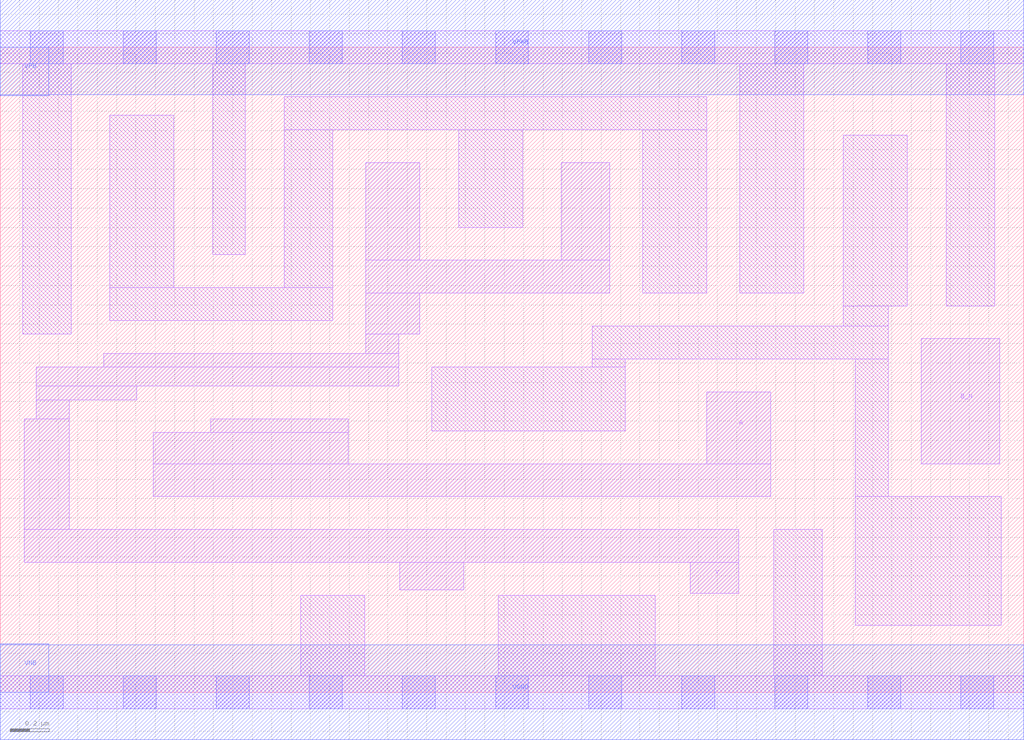
<source format=lef>
# Copyright 2020 The SkyWater PDK Authors
#
# Licensed under the Apache License, Version 2.0 (the "License");
# you may not use this file except in compliance with the License.
# You may obtain a copy of the License at
#
#     https://www.apache.org/licenses/LICENSE-2.0
#
# Unless required by applicable law or agreed to in writing, software
# distributed under the License is distributed on an "AS IS" BASIS,
# WITHOUT WARRANTIES OR CONDITIONS OF ANY KIND, either express or implied.
# See the License for the specific language governing permissions and
# limitations under the License.
#
# SPDX-License-Identifier: Apache-2.0

VERSION 5.5 ;
NAMESCASESENSITIVE ON ;
BUSBITCHARS "[]" ;
DIVIDERCHAR "/" ;
MACRO sky130_fd_sc_ms__nor2b_4
  CLASS CORE ;
  SOURCE USER ;
  ORIGIN  0.000000  0.000000 ;
  SIZE  5.280000 BY  3.330000 ;
  SYMMETRY X Y ;
  SITE unit ;
  PIN A
    ANTENNAGATEAREA  0.894000 ;
    DIRECTION INPUT ;
    USE SIGNAL ;
    PORT
      LAYER li1 ;
        RECT 0.790000 1.010000 3.975000 1.180000 ;
        RECT 0.790000 1.180000 1.795000 1.340000 ;
        RECT 1.085000 1.340000 1.795000 1.410000 ;
        RECT 3.645000 1.180000 3.975000 1.550000 ;
    END
  END A
  PIN B_N
    ANTENNAGATEAREA  0.363000 ;
    DIRECTION INPUT ;
    USE SIGNAL ;
    PORT
      LAYER li1 ;
        RECT 4.750000 1.180000 5.155000 1.825000 ;
    END
  END B_N
  PIN Y
    ANTENNADIFFAREA  1.086400 ;
    DIRECTION OUTPUT ;
    USE SIGNAL ;
    PORT
      LAYER li1 ;
        RECT 0.125000 0.670000 3.810000 0.840000 ;
        RECT 0.125000 0.840000 0.355000 1.410000 ;
        RECT 0.185000 1.410000 0.355000 1.510000 ;
        RECT 0.185000 1.510000 0.705000 1.580000 ;
        RECT 0.185000 1.580000 2.055000 1.680000 ;
        RECT 0.535000 1.680000 2.055000 1.750000 ;
        RECT 1.885000 1.750000 2.055000 1.850000 ;
        RECT 1.885000 1.850000 2.165000 2.060000 ;
        RECT 1.885000 2.060000 3.145000 2.230000 ;
        RECT 1.885000 2.230000 2.165000 2.735000 ;
        RECT 2.060000 0.530000 2.390000 0.670000 ;
        RECT 2.895000 2.230000 3.145000 2.735000 ;
        RECT 3.560000 0.510000 3.810000 0.670000 ;
    END
  END Y
  PIN VGND
    DIRECTION INOUT ;
    USE GROUND ;
    PORT
      LAYER met1 ;
        RECT 0.000000 -0.245000 5.280000 0.245000 ;
    END
  END VGND
  PIN VNB
    DIRECTION INOUT ;
    USE GROUND ;
    PORT
      LAYER met1 ;
        RECT 0.000000 0.000000 0.250000 0.250000 ;
    END
  END VNB
  PIN VPB
    DIRECTION INOUT ;
    USE POWER ;
    PORT
      LAYER met1 ;
        RECT 0.000000 3.080000 0.250000 3.330000 ;
    END
  END VPB
  PIN VPWR
    DIRECTION INOUT ;
    USE POWER ;
    PORT
      LAYER met1 ;
        RECT 0.000000 3.085000 5.280000 3.575000 ;
    END
  END VPWR
  OBS
    LAYER li1 ;
      RECT 0.000000 -0.085000 5.280000 0.085000 ;
      RECT 0.000000  3.245000 5.280000 3.415000 ;
      RECT 0.115000  1.850000 0.365000 3.245000 ;
      RECT 0.565000  1.920000 1.715000 2.090000 ;
      RECT 0.565000  2.090000 0.895000 2.980000 ;
      RECT 1.095000  2.260000 1.265000 3.245000 ;
      RECT 1.465000  2.090000 1.715000 2.905000 ;
      RECT 1.465000  2.905000 3.645000 3.075000 ;
      RECT 1.550000  0.085000 1.880000 0.500000 ;
      RECT 2.225000  1.350000 3.225000 1.680000 ;
      RECT 2.365000  2.400000 2.695000 2.905000 ;
      RECT 2.570000  0.085000 3.380000 0.500000 ;
      RECT 3.055000  1.680000 3.225000 1.720000 ;
      RECT 3.055000  1.720000 4.580000 1.890000 ;
      RECT 3.315000  2.060000 3.645000 2.905000 ;
      RECT 3.815000  2.060000 4.145000 3.245000 ;
      RECT 3.990000  0.085000 4.240000 0.840000 ;
      RECT 4.350000  1.890000 4.580000 1.995000 ;
      RECT 4.350000  1.995000 4.680000 2.875000 ;
      RECT 4.410000  0.345000 5.165000 1.010000 ;
      RECT 4.410000  1.010000 4.580000 1.720000 ;
      RECT 4.880000  1.995000 5.130000 3.245000 ;
    LAYER mcon ;
      RECT 0.155000 -0.085000 0.325000 0.085000 ;
      RECT 0.155000  3.245000 0.325000 3.415000 ;
      RECT 0.635000 -0.085000 0.805000 0.085000 ;
      RECT 0.635000  3.245000 0.805000 3.415000 ;
      RECT 1.115000 -0.085000 1.285000 0.085000 ;
      RECT 1.115000  3.245000 1.285000 3.415000 ;
      RECT 1.595000 -0.085000 1.765000 0.085000 ;
      RECT 1.595000  3.245000 1.765000 3.415000 ;
      RECT 2.075000 -0.085000 2.245000 0.085000 ;
      RECT 2.075000  3.245000 2.245000 3.415000 ;
      RECT 2.555000 -0.085000 2.725000 0.085000 ;
      RECT 2.555000  3.245000 2.725000 3.415000 ;
      RECT 3.035000 -0.085000 3.205000 0.085000 ;
      RECT 3.035000  3.245000 3.205000 3.415000 ;
      RECT 3.515000 -0.085000 3.685000 0.085000 ;
      RECT 3.515000  3.245000 3.685000 3.415000 ;
      RECT 3.995000 -0.085000 4.165000 0.085000 ;
      RECT 3.995000  3.245000 4.165000 3.415000 ;
      RECT 4.475000 -0.085000 4.645000 0.085000 ;
      RECT 4.475000  3.245000 4.645000 3.415000 ;
      RECT 4.955000 -0.085000 5.125000 0.085000 ;
      RECT 4.955000  3.245000 5.125000 3.415000 ;
  END
END sky130_fd_sc_ms__nor2b_4

</source>
